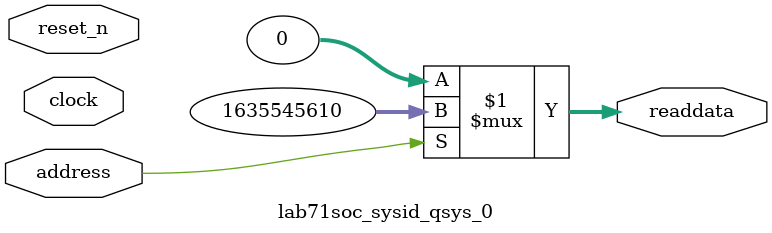
<source format=v>



// synthesis translate_off
`timescale 1ns / 1ps
// synthesis translate_on

// turn off superfluous verilog processor warnings 
// altera message_level Level1 
// altera message_off 10034 10035 10036 10037 10230 10240 10030 

module lab71soc_sysid_qsys_0 (
               // inputs:
                address,
                clock,
                reset_n,

               // outputs:
                readdata
             )
;

  output  [ 31: 0] readdata;
  input            address;
  input            clock;
  input            reset_n;

  wire    [ 31: 0] readdata;
  //control_slave, which is an e_avalon_slave
  assign readdata = address ? 1635545610 : 0;

endmodule



</source>
